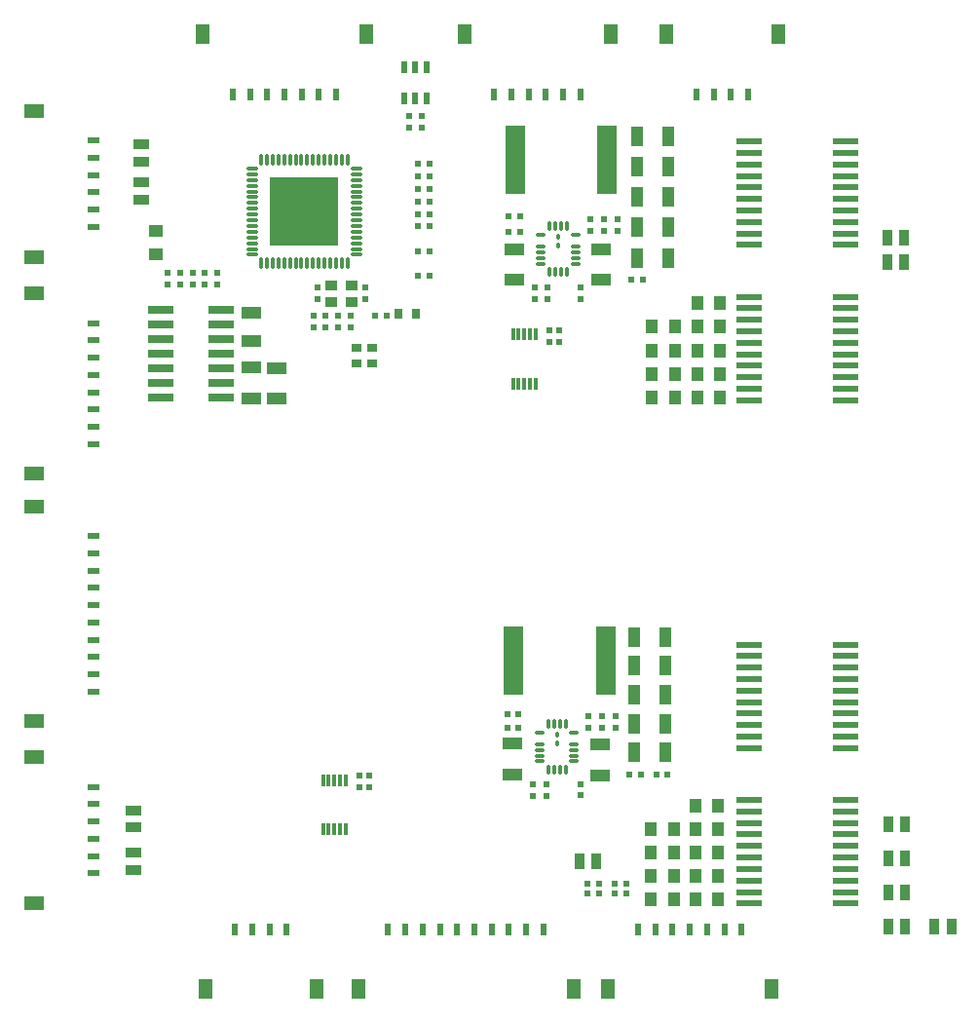
<source format=gtp>
G04 Layer_Color=8421504*
%FSLAX44Y44*%
%MOMM*%
G71*
G01*
G75*
%ADD10R,1.4000X0.8800*%
%ADD11R,0.7000X0.9000*%
%ADD12R,0.6000X0.6000*%
%ADD13R,0.6000X0.6000*%
%ADD14R,0.8800X1.4000*%
%ADD15R,1.0500X0.6000*%
%ADD16R,1.8000X1.2500*%
%ADD17R,0.6000X1.0500*%
%ADD18R,1.2500X1.8000*%
%ADD19R,1.8000X5.9000*%
%ADD20R,1.3000X1.0000*%
%ADD21R,1.1000X1.7000*%
%ADD22R,1.7000X1.1000*%
G04:AMPARAMS|DCode=23|XSize=0.3mm|YSize=0.8mm|CornerRadius=0.075mm|HoleSize=0mm|Usage=FLASHONLY|Rotation=270.000|XOffset=0mm|YOffset=0mm|HoleType=Round|Shape=RoundedRectangle|*
%AMROUNDEDRECTD23*
21,1,0.3000,0.6500,0,0,270.0*
21,1,0.1500,0.8000,0,0,270.0*
1,1,0.1500,-0.3250,-0.0750*
1,1,0.1500,-0.3250,0.0750*
1,1,0.1500,0.3250,0.0750*
1,1,0.1500,0.3250,-0.0750*
%
%ADD23ROUNDEDRECTD23*%
G04:AMPARAMS|DCode=24|XSize=0.3mm|YSize=0.8mm|CornerRadius=0.075mm|HoleSize=0mm|Usage=FLASHONLY|Rotation=180.000|XOffset=0mm|YOffset=0mm|HoleType=Round|Shape=RoundedRectangle|*
%AMROUNDEDRECTD24*
21,1,0.3000,0.6500,0,0,180.0*
21,1,0.1500,0.8000,0,0,180.0*
1,1,0.1500,-0.0750,0.3250*
1,1,0.1500,0.0750,0.3250*
1,1,0.1500,0.0750,-0.3250*
1,1,0.1500,-0.0750,-0.3250*
%
%ADD24ROUNDEDRECTD24*%
G04:AMPARAMS|DCode=25|XSize=0.27mm|YSize=0.45mm|CornerRadius=0.0675mm|HoleSize=0mm|Usage=FLASHONLY|Rotation=180.000|XOffset=0mm|YOffset=0mm|HoleType=Round|Shape=RoundedRectangle|*
%AMROUNDEDRECTD25*
21,1,0.2700,0.3150,0,0,180.0*
21,1,0.1350,0.4500,0,0,180.0*
1,1,0.1350,-0.0675,0.1575*
1,1,0.1350,0.0675,0.1575*
1,1,0.1350,0.0675,-0.1575*
1,1,0.1350,-0.0675,-0.1575*
%
%ADD25ROUNDEDRECTD25*%
G04:AMPARAMS|DCode=26|XSize=0.3mm|YSize=1.1mm|CornerRadius=0.075mm|HoleSize=0mm|Usage=FLASHONLY|Rotation=0.000|XOffset=0mm|YOffset=0mm|HoleType=Round|Shape=RoundedRectangle|*
%AMROUNDEDRECTD26*
21,1,0.3000,0.9500,0,0,0.0*
21,1,0.1500,1.1000,0,0,0.0*
1,1,0.1500,0.0750,-0.4750*
1,1,0.1500,-0.0750,-0.4750*
1,1,0.1500,-0.0750,0.4750*
1,1,0.1500,0.0750,0.4750*
%
%ADD26ROUNDEDRECTD26*%
%ADD27R,6.0000X6.0000*%
G04:AMPARAMS|DCode=28|XSize=0.3mm|YSize=1mm|CornerRadius=0.12mm|HoleSize=0mm|Usage=FLASHONLY|Rotation=0.000|XOffset=0mm|YOffset=0mm|HoleType=Round|Shape=RoundedRectangle|*
%AMROUNDEDRECTD28*
21,1,0.3000,0.7600,0,0,0.0*
21,1,0.0600,1.0000,0,0,0.0*
1,1,0.2400,0.0300,-0.3800*
1,1,0.2400,-0.0300,-0.3800*
1,1,0.2400,-0.0300,0.3800*
1,1,0.2400,0.0300,0.3800*
%
%ADD28ROUNDEDRECTD28*%
G04:AMPARAMS|DCode=29|XSize=0.3mm|YSize=1mm|CornerRadius=0.12mm|HoleSize=0mm|Usage=FLASHONLY|Rotation=90.000|XOffset=0mm|YOffset=0mm|HoleType=Round|Shape=RoundedRectangle|*
%AMROUNDEDRECTD29*
21,1,0.3000,0.7600,0,0,90.0*
21,1,0.0600,1.0000,0,0,90.0*
1,1,0.2400,0.3800,0.0300*
1,1,0.2400,0.3800,-0.0300*
1,1,0.2400,-0.3800,-0.0300*
1,1,0.2400,-0.3800,0.0300*
%
%ADD29ROUNDEDRECTD29*%
%ADD30R,2.2600X0.6100*%
%ADD31R,0.9000X0.8000*%
%ADD32R,1.8000X1.0000*%
%ADD33R,2.2000X0.6500*%
%ADD34R,1.0000X1.3000*%
%ADD35R,1.0000X0.8500*%
D10*
X15000Y-310750D02*
D03*
Y-295750D02*
D03*
X15000Y-259000D02*
D03*
Y-274000D02*
D03*
X21750Y319750D02*
D03*
Y304750D02*
D03*
Y286750D02*
D03*
Y271750D02*
D03*
D11*
X245000Y172500D02*
D03*
X260000D02*
D03*
D12*
X254500Y334000D02*
D03*
Y344000D02*
D03*
X265000D02*
D03*
Y334000D02*
D03*
X55250Y198000D02*
D03*
Y208000D02*
D03*
X44450D02*
D03*
Y198000D02*
D03*
X66050D02*
D03*
Y208000D02*
D03*
X87650D02*
D03*
Y198000D02*
D03*
X76850D02*
D03*
Y208000D02*
D03*
X192600Y160500D02*
D03*
Y170500D02*
D03*
X181800D02*
D03*
Y160500D02*
D03*
X203400D02*
D03*
Y170500D02*
D03*
X171000D02*
D03*
Y160500D02*
D03*
X216500Y185000D02*
D03*
Y195000D02*
D03*
X174750Y185000D02*
D03*
Y195000D02*
D03*
X363484Y195292D02*
D03*
Y185292D02*
D03*
X402984Y185543D02*
D03*
Y195543D02*
D03*
X421734Y-187500D02*
D03*
Y-177500D02*
D03*
X403234Y-236000D02*
D03*
Y-246000D02*
D03*
X361734Y-246250D02*
D03*
Y-236250D02*
D03*
X376072Y158314D02*
D03*
Y148314D02*
D03*
X210950Y-238940D02*
D03*
Y-228940D02*
D03*
X384872Y158314D02*
D03*
Y148314D02*
D03*
X219750Y-238940D02*
D03*
Y-228940D02*
D03*
X433484Y-187500D02*
D03*
Y-177500D02*
D03*
X410234D02*
D03*
Y-187500D02*
D03*
X374734Y185292D02*
D03*
Y195292D02*
D03*
X435484Y254792D02*
D03*
Y244792D02*
D03*
X411734D02*
D03*
Y254792D02*
D03*
X373734Y-246250D02*
D03*
Y-236250D02*
D03*
X423484Y244792D02*
D03*
Y254792D02*
D03*
D13*
X262000Y226900D02*
D03*
X272000D02*
D03*
X235000Y170500D02*
D03*
X225000D02*
D03*
X262000Y270100D02*
D03*
X272000D02*
D03*
Y259300D02*
D03*
X262000D02*
D03*
Y280900D02*
D03*
X272000D02*
D03*
Y302500D02*
D03*
X262000D02*
D03*
Y291700D02*
D03*
X272000D02*
D03*
Y248500D02*
D03*
X262000D02*
D03*
X272000Y205300D02*
D03*
X262000D02*
D03*
X340734Y257043D02*
D03*
X350734D02*
D03*
X349484Y-175750D02*
D03*
X339484D02*
D03*
X468984Y-228250D02*
D03*
X478984D02*
D03*
X457234Y202043D02*
D03*
X447234D02*
D03*
X340734Y244042D02*
D03*
X350734D02*
D03*
X339484Y-187500D02*
D03*
X349484D02*
D03*
X445984Y-228250D02*
D03*
X455984D02*
D03*
X433250Y-322500D02*
D03*
X443250D02*
D03*
X419000D02*
D03*
X409000D02*
D03*
X419000Y-331500D02*
D03*
X409000D02*
D03*
X433250D02*
D03*
X443250D02*
D03*
D14*
X402250Y-303000D02*
D03*
X417250D02*
D03*
X725500Y-360000D02*
D03*
X710500D02*
D03*
X670500Y-271250D02*
D03*
X685500D02*
D03*
X670500Y-300500D02*
D03*
X685500D02*
D03*
X685500Y-360000D02*
D03*
X670500D02*
D03*
X670500Y-330250D02*
D03*
X685500D02*
D03*
X684750Y238250D02*
D03*
X669750D02*
D03*
X669750Y217365D02*
D03*
X684750D02*
D03*
D15*
X-20000Y-20750D02*
D03*
Y-35750D02*
D03*
Y-50750D02*
D03*
Y-65750D02*
D03*
Y-80750D02*
D03*
Y-95750D02*
D03*
Y-110750D02*
D03*
Y-125750D02*
D03*
Y-140750D02*
D03*
Y-155750D02*
D03*
Y-238750D02*
D03*
Y-253750D02*
D03*
Y-268750D02*
D03*
Y-283750D02*
D03*
Y-298750D02*
D03*
Y-313750D02*
D03*
Y323000D02*
D03*
Y308000D02*
D03*
Y293000D02*
D03*
Y278000D02*
D03*
Y263000D02*
D03*
Y248000D02*
D03*
Y59250D02*
D03*
Y74250D02*
D03*
Y89250D02*
D03*
Y104250D02*
D03*
Y119250D02*
D03*
Y134250D02*
D03*
Y149250D02*
D03*
Y164250D02*
D03*
D16*
X-72000Y5250D02*
D03*
Y-181750D02*
D03*
Y-212750D02*
D03*
Y-339750D02*
D03*
Y349000D02*
D03*
Y222000D02*
D03*
Y33250D02*
D03*
Y190250D02*
D03*
D17*
X403250Y363250D02*
D03*
X388250D02*
D03*
X373250D02*
D03*
X358250D02*
D03*
X343250D02*
D03*
X328250D02*
D03*
X504000D02*
D03*
X519000D02*
D03*
X534000D02*
D03*
X549000D02*
D03*
X453250Y-362500D02*
D03*
X468250D02*
D03*
X483250D02*
D03*
X498250D02*
D03*
X513250D02*
D03*
X528250D02*
D03*
X543250D02*
D03*
X236000D02*
D03*
X251000D02*
D03*
X266000D02*
D03*
X281000D02*
D03*
X296000D02*
D03*
X311000D02*
D03*
X326000D02*
D03*
X341000D02*
D03*
X356000D02*
D03*
X371000D02*
D03*
X148000D02*
D03*
X133000D02*
D03*
X118000D02*
D03*
X103000D02*
D03*
X191000Y363250D02*
D03*
X176000D02*
D03*
X161000D02*
D03*
X146000D02*
D03*
X131000D02*
D03*
X116000D02*
D03*
X101000D02*
D03*
X269250Y386750D02*
D03*
X259750D02*
D03*
X250250D02*
D03*
Y359750D02*
D03*
X259750D02*
D03*
X269250D02*
D03*
D18*
X429250Y415250D02*
D03*
X302250D02*
D03*
X478000D02*
D03*
X575000D02*
D03*
X427250Y-414500D02*
D03*
X569250D02*
D03*
X210000D02*
D03*
X397000D02*
D03*
X174000D02*
D03*
X77000D02*
D03*
X217000Y415250D02*
D03*
X75000D02*
D03*
D19*
X425250Y-129000D02*
D03*
X345250D02*
D03*
X346250Y306000D02*
D03*
X426250D02*
D03*
D20*
X34500Y244500D02*
D03*
Y224500D02*
D03*
D21*
X452484Y273918D02*
D03*
X479484D02*
D03*
X449734Y-158500D02*
D03*
X476734D02*
D03*
X449734Y-108250D02*
D03*
X476734D02*
D03*
X449734Y-133375D02*
D03*
X476734D02*
D03*
X452484Y326792D02*
D03*
X479484D02*
D03*
X452484Y300355D02*
D03*
X479484D02*
D03*
X476734Y-208750D02*
D03*
X449734D02*
D03*
X476734Y-183625D02*
D03*
X449734D02*
D03*
X479484Y247480D02*
D03*
X452484D02*
D03*
X479484Y221042D02*
D03*
X452484D02*
D03*
D22*
X345484Y228792D02*
D03*
Y201793D02*
D03*
X421484Y228792D02*
D03*
Y201793D02*
D03*
X344484Y-201250D02*
D03*
Y-228250D02*
D03*
X420484Y-201500D02*
D03*
Y-228500D02*
D03*
X139500Y98500D02*
D03*
Y125500D02*
D03*
X117016Y98582D02*
D03*
Y125582D02*
D03*
D23*
X398734Y216042D02*
D03*
Y221042D02*
D03*
Y226042D02*
D03*
Y231042D02*
D03*
Y241042D02*
D03*
X368734D02*
D03*
Y231042D02*
D03*
Y226042D02*
D03*
Y221042D02*
D03*
Y216042D02*
D03*
X397734Y-216500D02*
D03*
Y-211500D02*
D03*
Y-206500D02*
D03*
Y-201500D02*
D03*
Y-191500D02*
D03*
X367734D02*
D03*
Y-201500D02*
D03*
Y-206500D02*
D03*
Y-211500D02*
D03*
Y-216500D02*
D03*
D24*
X391234Y248542D02*
D03*
X386234D02*
D03*
X381234D02*
D03*
X376234D02*
D03*
Y208542D02*
D03*
X381234D02*
D03*
X386234D02*
D03*
X391234D02*
D03*
X390234Y-184000D02*
D03*
X385234D02*
D03*
X380234D02*
D03*
X375234D02*
D03*
Y-224000D02*
D03*
X380234D02*
D03*
X385234D02*
D03*
X390234D02*
D03*
D25*
X383734Y231593D02*
D03*
Y239293D02*
D03*
X382734Y-200950D02*
D03*
Y-193250D02*
D03*
D26*
X199400Y-275690D02*
D03*
Y-232690D02*
D03*
X194400D02*
D03*
X189400D02*
D03*
X194400Y-275690D02*
D03*
X189400D02*
D03*
X184400D02*
D03*
X179400D02*
D03*
X184400Y-232690D02*
D03*
X179400D02*
D03*
X364522Y111564D02*
D03*
Y154564D02*
D03*
X359522D02*
D03*
X354522D02*
D03*
X359522Y111564D02*
D03*
X354522D02*
D03*
X349522D02*
D03*
X344522D02*
D03*
X349522Y154564D02*
D03*
X344522D02*
D03*
D27*
X163250Y261250D02*
D03*
D28*
X125750Y306250D02*
D03*
X130750D02*
D03*
X135750D02*
D03*
X140750D02*
D03*
X145750D02*
D03*
X150750D02*
D03*
X155750D02*
D03*
X160750D02*
D03*
X165750D02*
D03*
X170750D02*
D03*
X175750D02*
D03*
X180750D02*
D03*
X185750D02*
D03*
X190750D02*
D03*
X195750D02*
D03*
X200750D02*
D03*
Y216250D02*
D03*
X195750D02*
D03*
X190750D02*
D03*
X185750D02*
D03*
X180750D02*
D03*
X175750D02*
D03*
X170750D02*
D03*
X165750D02*
D03*
X160750D02*
D03*
X155750D02*
D03*
X150750D02*
D03*
X145750D02*
D03*
X140750D02*
D03*
X135750D02*
D03*
X130750D02*
D03*
X125750D02*
D03*
D29*
X208250Y298750D02*
D03*
Y293750D02*
D03*
Y288750D02*
D03*
Y283750D02*
D03*
Y278750D02*
D03*
Y273750D02*
D03*
Y268750D02*
D03*
Y263750D02*
D03*
Y258750D02*
D03*
Y253750D02*
D03*
Y248750D02*
D03*
Y243750D02*
D03*
Y238750D02*
D03*
Y233750D02*
D03*
Y228750D02*
D03*
Y223750D02*
D03*
X118250D02*
D03*
Y228750D02*
D03*
Y233750D02*
D03*
Y238750D02*
D03*
Y243750D02*
D03*
Y248750D02*
D03*
Y253750D02*
D03*
Y258750D02*
D03*
Y263750D02*
D03*
Y268750D02*
D03*
Y273750D02*
D03*
Y278750D02*
D03*
Y283750D02*
D03*
Y288750D02*
D03*
Y293750D02*
D03*
Y298750D02*
D03*
D30*
X633550Y-250000D02*
D03*
Y-260000D02*
D03*
Y-270000D02*
D03*
Y-280000D02*
D03*
Y-290000D02*
D03*
Y-300000D02*
D03*
Y-310000D02*
D03*
Y-320000D02*
D03*
Y-330000D02*
D03*
Y-340000D02*
D03*
X549750D02*
D03*
Y-330000D02*
D03*
Y-320000D02*
D03*
Y-310000D02*
D03*
Y-300000D02*
D03*
Y-290000D02*
D03*
Y-280000D02*
D03*
Y-270000D02*
D03*
Y-260000D02*
D03*
Y-250000D02*
D03*
X633550Y187300D02*
D03*
Y177300D02*
D03*
Y167300D02*
D03*
Y157300D02*
D03*
Y147300D02*
D03*
Y137300D02*
D03*
Y127300D02*
D03*
Y117300D02*
D03*
Y107300D02*
D03*
Y97300D02*
D03*
X549750D02*
D03*
Y107300D02*
D03*
Y117300D02*
D03*
Y127300D02*
D03*
Y137300D02*
D03*
Y147300D02*
D03*
Y157300D02*
D03*
Y167300D02*
D03*
Y177300D02*
D03*
Y187300D02*
D03*
X633550Y322300D02*
D03*
Y312300D02*
D03*
Y302300D02*
D03*
Y292300D02*
D03*
Y282300D02*
D03*
Y272300D02*
D03*
Y262300D02*
D03*
Y252300D02*
D03*
Y242300D02*
D03*
Y232300D02*
D03*
X549750D02*
D03*
Y242300D02*
D03*
Y252300D02*
D03*
Y262300D02*
D03*
Y272300D02*
D03*
Y282300D02*
D03*
Y292300D02*
D03*
Y302300D02*
D03*
Y312300D02*
D03*
Y322300D02*
D03*
X633550Y-115000D02*
D03*
Y-125000D02*
D03*
Y-135000D02*
D03*
Y-145000D02*
D03*
Y-155000D02*
D03*
Y-165000D02*
D03*
Y-175000D02*
D03*
Y-185000D02*
D03*
Y-195000D02*
D03*
Y-205000D02*
D03*
X549750D02*
D03*
Y-195000D02*
D03*
Y-185000D02*
D03*
Y-175000D02*
D03*
Y-165000D02*
D03*
Y-155000D02*
D03*
Y-145000D02*
D03*
Y-135000D02*
D03*
Y-125000D02*
D03*
Y-115000D02*
D03*
D31*
X208500Y143000D02*
D03*
Y129000D02*
D03*
X222500Y143000D02*
D03*
Y129000D02*
D03*
D32*
X117250Y173750D02*
D03*
Y148750D02*
D03*
D33*
X38750Y175850D02*
D03*
Y163150D02*
D03*
Y150450D02*
D03*
Y137750D02*
D03*
Y125050D02*
D03*
Y112350D02*
D03*
Y99650D02*
D03*
X90750Y175850D02*
D03*
Y163150D02*
D03*
Y150450D02*
D03*
Y137750D02*
D03*
Y125050D02*
D03*
Y112350D02*
D03*
Y99650D02*
D03*
D34*
X503000Y-336750D02*
D03*
X523000D02*
D03*
X464500D02*
D03*
X484500D02*
D03*
X503000Y-316375D02*
D03*
X523000D02*
D03*
X464500D02*
D03*
X484500D02*
D03*
X503000Y-296000D02*
D03*
X523000D02*
D03*
X464500D02*
D03*
X484500D02*
D03*
X503000Y-275625D02*
D03*
X523000D02*
D03*
X464500D02*
D03*
X484500D02*
D03*
X503000Y-255250D02*
D03*
X523000D02*
D03*
X504750Y99500D02*
D03*
X524750D02*
D03*
X465250D02*
D03*
X485250D02*
D03*
X504750Y120063D02*
D03*
X524750D02*
D03*
X465250D02*
D03*
X485250D02*
D03*
X504750Y140625D02*
D03*
X524750D02*
D03*
X465250D02*
D03*
X485250D02*
D03*
X504750Y161187D02*
D03*
X524750D02*
D03*
X465250D02*
D03*
X485250D02*
D03*
X504750Y181750D02*
D03*
X524750D02*
D03*
D35*
X187000Y197000D02*
D03*
X204000D02*
D03*
Y183000D02*
D03*
X187000D02*
D03*
M02*

</source>
